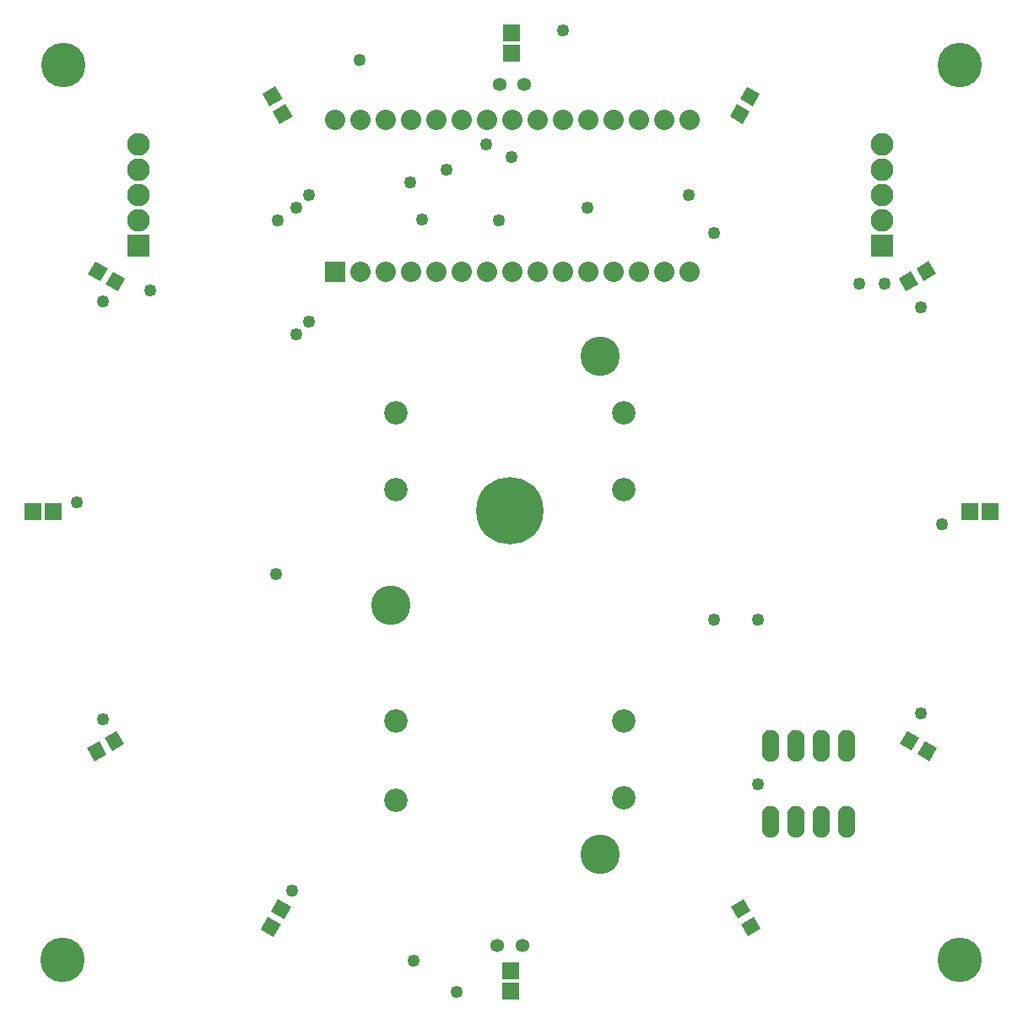
<source format=gbs>
G04 MADE WITH FRITZING*
G04 WWW.FRITZING.ORG*
G04 DOUBLE SIDED*
G04 HOLES PLATED*
G04 CONTOUR ON CENTER OF CONTOUR VECTOR*
%ASAXBY*%
%FSLAX23Y23*%
%MOIN*%
%OFA0B0*%
%SFA1.0B1.0*%
%ADD10C,0.049370*%
%ADD11C,0.068189*%
%ADD12C,0.053307*%
%ADD13C,0.080000*%
%ADD14C,0.092677*%
%ADD15C,0.265905*%
%ADD16C,0.155669*%
%ADD17C,0.175354*%
%ADD18C,0.089370*%
%ADD19R,0.080000X0.079972*%
%ADD20R,0.069055X0.065118*%
%ADD21R,0.089370X0.089370*%
%ADD22R,0.065118X0.069055*%
%ADD23C,0.010000*%
%ADD24R,0.001000X0.001000*%
%LNMASK0*%
G90*
G70*
G54D10*
X2769Y3067D03*
X3588Y2775D03*
X3669Y1917D03*
X1370Y3752D03*
X3586Y1172D03*
X1583Y193D03*
X1102Y470D03*
X358Y1147D03*
X255Y2003D03*
X358Y2797D03*
X2769Y1542D03*
X1919Y3117D03*
G54D11*
X2994Y742D03*
X3094Y742D03*
X3194Y742D03*
X3294Y742D03*
X3294Y1042D03*
X3194Y1042D03*
X3094Y1042D03*
X2994Y1042D03*
G54D12*
X2021Y3655D03*
X1922Y3655D03*
X2021Y3655D03*
X1922Y3655D03*
X1914Y255D03*
X2012Y255D03*
X1914Y255D03*
X2012Y255D03*
G54D13*
X1273Y2914D03*
X1373Y2914D03*
X1473Y2914D03*
X1573Y2914D03*
X1673Y2914D03*
X1773Y2914D03*
X1873Y2914D03*
X1973Y2914D03*
X2073Y2914D03*
X2173Y2914D03*
X2273Y2914D03*
X2373Y2914D03*
X2473Y2914D03*
X2573Y2914D03*
X2673Y2914D03*
X1273Y3514D03*
X1373Y3514D03*
X1473Y3514D03*
X1573Y3514D03*
X1673Y3514D03*
X1773Y3514D03*
X1873Y3514D03*
X1973Y3514D03*
X2073Y3514D03*
X2173Y3514D03*
X2273Y3514D03*
X2373Y3514D03*
X2473Y3514D03*
X2573Y3514D03*
X2673Y3514D03*
G54D10*
X544Y2842D03*
X1119Y2667D03*
X1169Y2717D03*
X1169Y3217D03*
X1119Y3167D03*
X2269Y3167D03*
X2669Y3217D03*
X2944Y1542D03*
X3444Y2867D03*
X2944Y892D03*
X3344Y2867D03*
X1713Y3317D03*
X1969Y3367D03*
X1569Y3267D03*
X1869Y3417D03*
G54D14*
X2415Y2358D03*
X2415Y2055D03*
X1515Y2055D03*
X1515Y2358D03*
X1515Y829D03*
X1515Y1140D03*
X2415Y1140D03*
X2415Y837D03*
G54D15*
X1965Y1971D03*
G54D16*
X2319Y2582D03*
X1492Y1597D03*
X2319Y613D03*
G54D17*
X3741Y198D03*
X197Y196D03*
X3740Y3730D03*
X200Y3731D03*
G54D18*
X497Y3016D03*
X497Y3116D03*
X497Y3216D03*
X497Y3316D03*
X497Y3416D03*
X3433Y3017D03*
X3433Y3117D03*
X3433Y3217D03*
X3433Y3317D03*
X3433Y3417D03*
G54D10*
X1754Y71D03*
X2173Y3867D03*
X1039Y1722D03*
X1047Y3119D03*
X1617Y3122D03*
G54D19*
X1273Y2914D03*
G54D20*
X1970Y3859D03*
X1970Y3778D03*
G54D21*
X497Y3016D03*
X3433Y3017D03*
G54D22*
X79Y1969D03*
X160Y1969D03*
G54D20*
X1967Y73D03*
X1967Y154D03*
G54D22*
X3861Y1966D03*
X3780Y1966D03*
G54D23*
G36*
X298Y2904D02*
X328Y2955D01*
X376Y2928D01*
X346Y2877D01*
X298Y2904D01*
G37*
D02*
G36*
X368Y2864D02*
X398Y2915D01*
X445Y2887D01*
X416Y2836D01*
X368Y2864D01*
G37*
D02*
G36*
X2900Y3645D02*
X2951Y3616D01*
X2924Y3568D01*
X2873Y3598D01*
X2900Y3645D01*
G37*
D02*
G36*
X2860Y3576D02*
X2911Y3546D01*
X2884Y3498D01*
X2832Y3528D01*
X2860Y3576D01*
G37*
D02*
G36*
X3616Y2957D02*
X3646Y2906D01*
X3598Y2878D01*
X3569Y2929D01*
X3616Y2957D01*
G37*
D02*
G36*
X3547Y2917D02*
X3576Y2865D01*
X3528Y2838D01*
X3499Y2889D01*
X3547Y2917D01*
G37*
D02*
G36*
X323Y982D02*
X294Y1033D01*
X342Y1060D01*
X371Y1009D01*
X323Y982D01*
G37*
D02*
G36*
X393Y1022D02*
X364Y1073D01*
X411Y1101D01*
X441Y1050D01*
X393Y1022D01*
G37*
D02*
G36*
X1031Y289D02*
X980Y319D01*
X1008Y366D01*
X1059Y337D01*
X1031Y289D01*
G37*
D02*
G36*
X1072Y359D02*
X1021Y389D01*
X1048Y436D01*
X1099Y407D01*
X1072Y359D01*
G37*
D02*
G36*
X2955Y321D02*
X2904Y291D01*
X2877Y339D01*
X2928Y368D01*
X2955Y321D01*
G37*
D02*
G36*
X2915Y391D02*
X2864Y361D01*
X2836Y409D01*
X2887Y438D01*
X2915Y391D01*
G37*
D02*
G36*
X987Y3617D02*
X1038Y3646D01*
X1066Y3598D01*
X1014Y3569D01*
X987Y3617D01*
G37*
D02*
G36*
X1027Y3547D02*
X1078Y3576D01*
X1106Y3529D01*
X1055Y3499D01*
X1027Y3547D01*
G37*
D02*
G36*
X3650Y1034D02*
X3620Y982D01*
X3573Y1010D01*
X3602Y1061D01*
X3650Y1034D01*
G37*
D02*
G36*
X3580Y1074D02*
X3551Y1023D01*
X3503Y1050D01*
X3532Y1101D01*
X3580Y1074D01*
G37*
D02*
G54D24*
X2988Y1105D02*
X2999Y1105D01*
X3088Y1105D02*
X3099Y1105D01*
X3188Y1105D02*
X3199Y1105D01*
X3288Y1105D02*
X3299Y1105D01*
X2984Y1104D02*
X3003Y1104D01*
X3084Y1104D02*
X3103Y1104D01*
X3184Y1104D02*
X3203Y1104D01*
X3284Y1104D02*
X3303Y1104D01*
X2981Y1103D02*
X3006Y1103D01*
X3081Y1103D02*
X3106Y1103D01*
X3181Y1103D02*
X3206Y1103D01*
X3281Y1103D02*
X3306Y1103D01*
X2979Y1102D02*
X3008Y1102D01*
X3079Y1102D02*
X3108Y1102D01*
X3179Y1102D02*
X3208Y1102D01*
X3279Y1102D02*
X3308Y1102D01*
X2977Y1101D02*
X3010Y1101D01*
X3077Y1101D02*
X3110Y1101D01*
X3177Y1101D02*
X3210Y1101D01*
X3277Y1101D02*
X3310Y1101D01*
X2975Y1100D02*
X3012Y1100D01*
X3075Y1100D02*
X3112Y1100D01*
X3175Y1100D02*
X3212Y1100D01*
X3275Y1100D02*
X3312Y1100D01*
X2974Y1099D02*
X3013Y1099D01*
X3074Y1099D02*
X3113Y1099D01*
X3174Y1099D02*
X3213Y1099D01*
X3274Y1099D02*
X3313Y1099D01*
X2973Y1098D02*
X3014Y1098D01*
X3073Y1098D02*
X3114Y1098D01*
X3173Y1098D02*
X3214Y1098D01*
X3273Y1098D02*
X3314Y1098D01*
X2971Y1097D02*
X3016Y1097D01*
X3071Y1097D02*
X3116Y1097D01*
X3171Y1097D02*
X3216Y1097D01*
X3271Y1097D02*
X3316Y1097D01*
X2970Y1096D02*
X3017Y1096D01*
X3070Y1096D02*
X3117Y1096D01*
X3170Y1096D02*
X3217Y1096D01*
X3270Y1096D02*
X3317Y1096D01*
X2969Y1095D02*
X3018Y1095D01*
X3069Y1095D02*
X3118Y1095D01*
X3169Y1095D02*
X3218Y1095D01*
X3269Y1095D02*
X3318Y1095D01*
X2968Y1094D02*
X3019Y1094D01*
X3068Y1094D02*
X3119Y1094D01*
X3168Y1094D02*
X3219Y1094D01*
X3268Y1094D02*
X3319Y1094D01*
X2968Y1093D02*
X3019Y1093D01*
X3068Y1093D02*
X3119Y1093D01*
X3168Y1093D02*
X3219Y1093D01*
X3268Y1093D02*
X3319Y1093D01*
X2967Y1092D02*
X3020Y1092D01*
X3067Y1092D02*
X3120Y1092D01*
X3167Y1092D02*
X3220Y1092D01*
X3267Y1092D02*
X3320Y1092D01*
X2966Y1091D02*
X3021Y1091D01*
X3066Y1091D02*
X3121Y1091D01*
X3166Y1091D02*
X3221Y1091D01*
X3266Y1091D02*
X3321Y1091D01*
X2965Y1090D02*
X3022Y1090D01*
X3065Y1090D02*
X3122Y1090D01*
X3165Y1090D02*
X3222Y1090D01*
X3265Y1090D02*
X3322Y1090D01*
X2965Y1089D02*
X3022Y1089D01*
X3065Y1089D02*
X3122Y1089D01*
X3165Y1089D02*
X3222Y1089D01*
X3265Y1089D02*
X3322Y1089D01*
X2964Y1088D02*
X3023Y1088D01*
X3064Y1088D02*
X3123Y1088D01*
X3164Y1088D02*
X3223Y1088D01*
X3264Y1088D02*
X3323Y1088D01*
X2964Y1087D02*
X3023Y1087D01*
X3064Y1087D02*
X3123Y1087D01*
X3164Y1087D02*
X3223Y1087D01*
X3264Y1087D02*
X3323Y1087D01*
X2963Y1086D02*
X3024Y1086D01*
X3063Y1086D02*
X3124Y1086D01*
X3163Y1086D02*
X3224Y1086D01*
X3263Y1086D02*
X3324Y1086D01*
X2963Y1085D02*
X3024Y1085D01*
X3063Y1085D02*
X3124Y1085D01*
X3163Y1085D02*
X3224Y1085D01*
X3263Y1085D02*
X3324Y1085D01*
X2962Y1084D02*
X3025Y1084D01*
X3062Y1084D02*
X3125Y1084D01*
X3162Y1084D02*
X3225Y1084D01*
X3262Y1084D02*
X3325Y1084D01*
X2962Y1083D02*
X3025Y1083D01*
X3062Y1083D02*
X3125Y1083D01*
X3162Y1083D02*
X3225Y1083D01*
X3262Y1083D02*
X3325Y1083D01*
X2962Y1082D02*
X3025Y1082D01*
X3062Y1082D02*
X3125Y1082D01*
X3162Y1082D02*
X3225Y1082D01*
X3262Y1082D02*
X3325Y1082D01*
X2961Y1081D02*
X3026Y1081D01*
X3061Y1081D02*
X3126Y1081D01*
X3161Y1081D02*
X3226Y1081D01*
X3261Y1081D02*
X3326Y1081D01*
X2961Y1080D02*
X3026Y1080D01*
X3061Y1080D02*
X3126Y1080D01*
X3161Y1080D02*
X3226Y1080D01*
X3261Y1080D02*
X3326Y1080D01*
X2961Y1079D02*
X3026Y1079D01*
X3061Y1079D02*
X3126Y1079D01*
X3161Y1079D02*
X3226Y1079D01*
X3261Y1079D02*
X3326Y1079D01*
X2961Y1078D02*
X3026Y1078D01*
X3061Y1078D02*
X3126Y1078D01*
X3161Y1078D02*
X3226Y1078D01*
X3261Y1078D02*
X3326Y1078D01*
X2960Y1077D02*
X3027Y1077D01*
X3060Y1077D02*
X3127Y1077D01*
X3160Y1077D02*
X3227Y1077D01*
X3260Y1077D02*
X3327Y1077D01*
X2960Y1076D02*
X3027Y1076D01*
X3060Y1076D02*
X3127Y1076D01*
X3160Y1076D02*
X3227Y1076D01*
X3260Y1076D02*
X3327Y1076D01*
X2960Y1075D02*
X3027Y1075D01*
X3060Y1075D02*
X3127Y1075D01*
X3160Y1075D02*
X3227Y1075D01*
X3260Y1075D02*
X3327Y1075D01*
X2960Y1074D02*
X3027Y1074D01*
X3060Y1074D02*
X3127Y1074D01*
X3160Y1074D02*
X3227Y1074D01*
X3260Y1074D02*
X3327Y1074D01*
X2960Y1073D02*
X3027Y1073D01*
X3060Y1073D02*
X3127Y1073D01*
X3160Y1073D02*
X3227Y1073D01*
X3260Y1073D02*
X3327Y1073D01*
X2960Y1072D02*
X3027Y1072D01*
X3060Y1072D02*
X3127Y1072D01*
X3160Y1072D02*
X3227Y1072D01*
X3260Y1072D02*
X3327Y1072D01*
X2960Y1071D02*
X3027Y1071D01*
X3060Y1071D02*
X3127Y1071D01*
X3160Y1071D02*
X3227Y1071D01*
X3260Y1071D02*
X3327Y1071D01*
X2960Y1070D02*
X3027Y1070D01*
X3060Y1070D02*
X3127Y1070D01*
X3160Y1070D02*
X3227Y1070D01*
X3260Y1070D02*
X3327Y1070D01*
X2960Y1069D02*
X3027Y1069D01*
X3060Y1069D02*
X3127Y1069D01*
X3160Y1069D02*
X3227Y1069D01*
X3260Y1069D02*
X3327Y1069D01*
X2960Y1068D02*
X3027Y1068D01*
X3060Y1068D02*
X3127Y1068D01*
X3160Y1068D02*
X3227Y1068D01*
X3260Y1068D02*
X3327Y1068D01*
X2960Y1067D02*
X3027Y1067D01*
X3060Y1067D02*
X3127Y1067D01*
X3160Y1067D02*
X3227Y1067D01*
X3260Y1067D02*
X3327Y1067D01*
X2960Y1066D02*
X3027Y1066D01*
X3060Y1066D02*
X3127Y1066D01*
X3160Y1066D02*
X3227Y1066D01*
X3260Y1066D02*
X3327Y1066D01*
X2960Y1065D02*
X3027Y1065D01*
X3060Y1065D02*
X3127Y1065D01*
X3160Y1065D02*
X3227Y1065D01*
X3260Y1065D02*
X3327Y1065D01*
X2960Y1064D02*
X3027Y1064D01*
X3060Y1064D02*
X3127Y1064D01*
X3160Y1064D02*
X3227Y1064D01*
X3260Y1064D02*
X3327Y1064D01*
X2960Y1063D02*
X3027Y1063D01*
X3060Y1063D02*
X3127Y1063D01*
X3160Y1063D02*
X3227Y1063D01*
X3260Y1063D02*
X3327Y1063D01*
X2960Y1062D02*
X3027Y1062D01*
X3060Y1062D02*
X3127Y1062D01*
X3160Y1062D02*
X3227Y1062D01*
X3260Y1062D02*
X3327Y1062D01*
X2960Y1061D02*
X3027Y1061D01*
X3060Y1061D02*
X3127Y1061D01*
X3160Y1061D02*
X3227Y1061D01*
X3260Y1061D02*
X3327Y1061D01*
X2960Y1060D02*
X3027Y1060D01*
X3060Y1060D02*
X3127Y1060D01*
X3160Y1060D02*
X3227Y1060D01*
X3260Y1060D02*
X3327Y1060D01*
X2960Y1059D02*
X3027Y1059D01*
X3060Y1059D02*
X3127Y1059D01*
X3160Y1059D02*
X3227Y1059D01*
X3260Y1059D02*
X3327Y1059D01*
X2960Y1058D02*
X3027Y1058D01*
X3060Y1058D02*
X3127Y1058D01*
X3160Y1058D02*
X3227Y1058D01*
X3260Y1058D02*
X3327Y1058D01*
X2960Y1057D02*
X3027Y1057D01*
X3060Y1057D02*
X3127Y1057D01*
X3160Y1057D02*
X3227Y1057D01*
X3260Y1057D02*
X3327Y1057D01*
X2960Y1056D02*
X2989Y1056D01*
X2998Y1056D02*
X3027Y1056D01*
X3060Y1056D02*
X3089Y1056D01*
X3098Y1056D02*
X3127Y1056D01*
X3160Y1056D02*
X3189Y1056D01*
X3198Y1056D02*
X3227Y1056D01*
X3260Y1056D02*
X3289Y1056D01*
X3298Y1056D02*
X3327Y1056D01*
X2960Y1055D02*
X2987Y1055D01*
X3000Y1055D02*
X3027Y1055D01*
X3060Y1055D02*
X3087Y1055D01*
X3100Y1055D02*
X3127Y1055D01*
X3160Y1055D02*
X3187Y1055D01*
X3200Y1055D02*
X3227Y1055D01*
X3260Y1055D02*
X3287Y1055D01*
X3300Y1055D02*
X3327Y1055D01*
X2960Y1054D02*
X2985Y1054D01*
X3002Y1054D02*
X3027Y1054D01*
X3060Y1054D02*
X3085Y1054D01*
X3102Y1054D02*
X3127Y1054D01*
X3160Y1054D02*
X3185Y1054D01*
X3202Y1054D02*
X3227Y1054D01*
X3260Y1054D02*
X3285Y1054D01*
X3302Y1054D02*
X3327Y1054D01*
X2960Y1053D02*
X2984Y1053D01*
X3003Y1053D02*
X3027Y1053D01*
X3060Y1053D02*
X3084Y1053D01*
X3103Y1053D02*
X3127Y1053D01*
X3160Y1053D02*
X3184Y1053D01*
X3203Y1053D02*
X3227Y1053D01*
X3260Y1053D02*
X3284Y1053D01*
X3303Y1053D02*
X3327Y1053D01*
X2960Y1052D02*
X2983Y1052D01*
X3004Y1052D02*
X3027Y1052D01*
X3060Y1052D02*
X3083Y1052D01*
X3104Y1052D02*
X3127Y1052D01*
X3160Y1052D02*
X3183Y1052D01*
X3204Y1052D02*
X3227Y1052D01*
X3260Y1052D02*
X3283Y1052D01*
X3304Y1052D02*
X3327Y1052D01*
X2960Y1051D02*
X2982Y1051D01*
X3005Y1051D02*
X3027Y1051D01*
X3060Y1051D02*
X3082Y1051D01*
X3105Y1051D02*
X3127Y1051D01*
X3160Y1051D02*
X3182Y1051D01*
X3205Y1051D02*
X3227Y1051D01*
X3260Y1051D02*
X3282Y1051D01*
X3305Y1051D02*
X3327Y1051D01*
X2960Y1050D02*
X2981Y1050D01*
X3006Y1050D02*
X3027Y1050D01*
X3060Y1050D02*
X3081Y1050D01*
X3106Y1050D02*
X3127Y1050D01*
X3160Y1050D02*
X3181Y1050D01*
X3206Y1050D02*
X3227Y1050D01*
X3260Y1050D02*
X3281Y1050D01*
X3306Y1050D02*
X3327Y1050D01*
X2960Y1049D02*
X2981Y1049D01*
X3006Y1049D02*
X3027Y1049D01*
X3060Y1049D02*
X3081Y1049D01*
X3106Y1049D02*
X3127Y1049D01*
X3160Y1049D02*
X3181Y1049D01*
X3206Y1049D02*
X3227Y1049D01*
X3260Y1049D02*
X3281Y1049D01*
X3306Y1049D02*
X3327Y1049D01*
X2960Y1048D02*
X2980Y1048D01*
X3007Y1048D02*
X3027Y1048D01*
X3060Y1048D02*
X3080Y1048D01*
X3107Y1048D02*
X3127Y1048D01*
X3160Y1048D02*
X3180Y1048D01*
X3207Y1048D02*
X3227Y1048D01*
X3260Y1048D02*
X3280Y1048D01*
X3307Y1048D02*
X3327Y1048D01*
X2960Y1047D02*
X2980Y1047D01*
X3007Y1047D02*
X3027Y1047D01*
X3060Y1047D02*
X3080Y1047D01*
X3107Y1047D02*
X3127Y1047D01*
X3160Y1047D02*
X3180Y1047D01*
X3207Y1047D02*
X3227Y1047D01*
X3260Y1047D02*
X3280Y1047D01*
X3307Y1047D02*
X3327Y1047D01*
X2960Y1046D02*
X2979Y1046D01*
X3008Y1046D02*
X3027Y1046D01*
X3060Y1046D02*
X3079Y1046D01*
X3108Y1046D02*
X3127Y1046D01*
X3160Y1046D02*
X3179Y1046D01*
X3208Y1046D02*
X3227Y1046D01*
X3260Y1046D02*
X3279Y1046D01*
X3308Y1046D02*
X3327Y1046D01*
X2960Y1045D02*
X2979Y1045D01*
X3008Y1045D02*
X3027Y1045D01*
X3060Y1045D02*
X3079Y1045D01*
X3108Y1045D02*
X3127Y1045D01*
X3160Y1045D02*
X3179Y1045D01*
X3208Y1045D02*
X3227Y1045D01*
X3260Y1045D02*
X3279Y1045D01*
X3308Y1045D02*
X3327Y1045D01*
X2960Y1044D02*
X2979Y1044D01*
X3008Y1044D02*
X3027Y1044D01*
X3060Y1044D02*
X3079Y1044D01*
X3108Y1044D02*
X3127Y1044D01*
X3160Y1044D02*
X3179Y1044D01*
X3208Y1044D02*
X3227Y1044D01*
X3260Y1044D02*
X3279Y1044D01*
X3308Y1044D02*
X3327Y1044D01*
X2960Y1043D02*
X2979Y1043D01*
X3008Y1043D02*
X3027Y1043D01*
X3060Y1043D02*
X3079Y1043D01*
X3108Y1043D02*
X3127Y1043D01*
X3160Y1043D02*
X3179Y1043D01*
X3208Y1043D02*
X3227Y1043D01*
X3260Y1043D02*
X3279Y1043D01*
X3308Y1043D02*
X3327Y1043D01*
X2960Y1042D02*
X2979Y1042D01*
X3008Y1042D02*
X3027Y1042D01*
X3060Y1042D02*
X3079Y1042D01*
X3108Y1042D02*
X3127Y1042D01*
X3160Y1042D02*
X3179Y1042D01*
X3208Y1042D02*
X3227Y1042D01*
X3260Y1042D02*
X3279Y1042D01*
X3308Y1042D02*
X3327Y1042D01*
X2960Y1041D02*
X2979Y1041D01*
X3008Y1041D02*
X3027Y1041D01*
X3060Y1041D02*
X3079Y1041D01*
X3108Y1041D02*
X3127Y1041D01*
X3160Y1041D02*
X3179Y1041D01*
X3208Y1041D02*
X3227Y1041D01*
X3260Y1041D02*
X3279Y1041D01*
X3308Y1041D02*
X3327Y1041D01*
X2960Y1040D02*
X2979Y1040D01*
X3008Y1040D02*
X3027Y1040D01*
X3060Y1040D02*
X3079Y1040D01*
X3108Y1040D02*
X3127Y1040D01*
X3160Y1040D02*
X3179Y1040D01*
X3208Y1040D02*
X3227Y1040D01*
X3260Y1040D02*
X3279Y1040D01*
X3308Y1040D02*
X3327Y1040D01*
X2960Y1039D02*
X2979Y1039D01*
X3008Y1039D02*
X3027Y1039D01*
X3060Y1039D02*
X3079Y1039D01*
X3108Y1039D02*
X3127Y1039D01*
X3160Y1039D02*
X3179Y1039D01*
X3208Y1039D02*
X3227Y1039D01*
X3260Y1039D02*
X3279Y1039D01*
X3308Y1039D02*
X3327Y1039D01*
X2960Y1038D02*
X2980Y1038D01*
X3007Y1038D02*
X3027Y1038D01*
X3060Y1038D02*
X3080Y1038D01*
X3107Y1038D02*
X3127Y1038D01*
X3160Y1038D02*
X3180Y1038D01*
X3207Y1038D02*
X3227Y1038D01*
X3260Y1038D02*
X3280Y1038D01*
X3307Y1038D02*
X3327Y1038D01*
X2960Y1037D02*
X2980Y1037D01*
X3007Y1037D02*
X3027Y1037D01*
X3060Y1037D02*
X3080Y1037D01*
X3107Y1037D02*
X3127Y1037D01*
X3160Y1037D02*
X3180Y1037D01*
X3207Y1037D02*
X3227Y1037D01*
X3260Y1037D02*
X3280Y1037D01*
X3307Y1037D02*
X3327Y1037D01*
X2960Y1036D02*
X2980Y1036D01*
X3007Y1036D02*
X3027Y1036D01*
X3060Y1036D02*
X3080Y1036D01*
X3107Y1036D02*
X3127Y1036D01*
X3160Y1036D02*
X3180Y1036D01*
X3207Y1036D02*
X3227Y1036D01*
X3260Y1036D02*
X3280Y1036D01*
X3307Y1036D02*
X3327Y1036D01*
X2960Y1035D02*
X2981Y1035D01*
X3006Y1035D02*
X3027Y1035D01*
X3060Y1035D02*
X3081Y1035D01*
X3106Y1035D02*
X3127Y1035D01*
X3160Y1035D02*
X3181Y1035D01*
X3206Y1035D02*
X3227Y1035D01*
X3260Y1035D02*
X3281Y1035D01*
X3306Y1035D02*
X3327Y1035D01*
X2960Y1034D02*
X2982Y1034D01*
X3005Y1034D02*
X3027Y1034D01*
X3060Y1034D02*
X3082Y1034D01*
X3105Y1034D02*
X3127Y1034D01*
X3160Y1034D02*
X3182Y1034D01*
X3205Y1034D02*
X3227Y1034D01*
X3260Y1034D02*
X3282Y1034D01*
X3305Y1034D02*
X3327Y1034D01*
X2960Y1033D02*
X2983Y1033D01*
X3004Y1033D02*
X3027Y1033D01*
X3060Y1033D02*
X3083Y1033D01*
X3104Y1033D02*
X3127Y1033D01*
X3160Y1033D02*
X3183Y1033D01*
X3204Y1033D02*
X3227Y1033D01*
X3260Y1033D02*
X3283Y1033D01*
X3304Y1033D02*
X3327Y1033D01*
X2960Y1032D02*
X2984Y1032D01*
X3003Y1032D02*
X3027Y1032D01*
X3060Y1032D02*
X3084Y1032D01*
X3103Y1032D02*
X3127Y1032D01*
X3160Y1032D02*
X3184Y1032D01*
X3203Y1032D02*
X3227Y1032D01*
X3260Y1032D02*
X3284Y1032D01*
X3303Y1032D02*
X3327Y1032D01*
X2960Y1031D02*
X2985Y1031D01*
X3002Y1031D02*
X3027Y1031D01*
X3060Y1031D02*
X3085Y1031D01*
X3102Y1031D02*
X3127Y1031D01*
X3160Y1031D02*
X3185Y1031D01*
X3202Y1031D02*
X3227Y1031D01*
X3260Y1031D02*
X3285Y1031D01*
X3302Y1031D02*
X3327Y1031D01*
X2960Y1030D02*
X2986Y1030D01*
X3001Y1030D02*
X3027Y1030D01*
X3060Y1030D02*
X3086Y1030D01*
X3101Y1030D02*
X3127Y1030D01*
X3160Y1030D02*
X3186Y1030D01*
X3201Y1030D02*
X3227Y1030D01*
X3260Y1030D02*
X3286Y1030D01*
X3301Y1030D02*
X3327Y1030D01*
X2960Y1029D02*
X2989Y1029D01*
X2999Y1029D02*
X3027Y1029D01*
X3060Y1029D02*
X3089Y1029D01*
X3099Y1029D02*
X3127Y1029D01*
X3160Y1029D02*
X3189Y1029D01*
X3199Y1029D02*
X3227Y1029D01*
X3260Y1029D02*
X3289Y1029D01*
X3299Y1029D02*
X3327Y1029D01*
X2960Y1028D02*
X3027Y1028D01*
X3060Y1028D02*
X3127Y1028D01*
X3160Y1028D02*
X3227Y1028D01*
X3260Y1028D02*
X3327Y1028D01*
X2960Y1027D02*
X3027Y1027D01*
X3060Y1027D02*
X3127Y1027D01*
X3160Y1027D02*
X3227Y1027D01*
X3260Y1027D02*
X3327Y1027D01*
X2960Y1026D02*
X3027Y1026D01*
X3060Y1026D02*
X3127Y1026D01*
X3160Y1026D02*
X3227Y1026D01*
X3260Y1026D02*
X3327Y1026D01*
X2960Y1025D02*
X3027Y1025D01*
X3060Y1025D02*
X3127Y1025D01*
X3160Y1025D02*
X3227Y1025D01*
X3260Y1025D02*
X3327Y1025D01*
X2960Y1024D02*
X3027Y1024D01*
X3060Y1024D02*
X3127Y1024D01*
X3160Y1024D02*
X3227Y1024D01*
X3260Y1024D02*
X3327Y1024D01*
X2960Y1023D02*
X3027Y1023D01*
X3060Y1023D02*
X3127Y1023D01*
X3160Y1023D02*
X3227Y1023D01*
X3260Y1023D02*
X3327Y1023D01*
X2960Y1022D02*
X3027Y1022D01*
X3060Y1022D02*
X3127Y1022D01*
X3160Y1022D02*
X3227Y1022D01*
X3260Y1022D02*
X3327Y1022D01*
X2960Y1021D02*
X3027Y1021D01*
X3060Y1021D02*
X3127Y1021D01*
X3160Y1021D02*
X3227Y1021D01*
X3260Y1021D02*
X3327Y1021D01*
X2960Y1020D02*
X3027Y1020D01*
X3060Y1020D02*
X3127Y1020D01*
X3160Y1020D02*
X3227Y1020D01*
X3260Y1020D02*
X3327Y1020D01*
X2960Y1019D02*
X3027Y1019D01*
X3060Y1019D02*
X3127Y1019D01*
X3160Y1019D02*
X3227Y1019D01*
X3260Y1019D02*
X3327Y1019D01*
X2960Y1018D02*
X3027Y1018D01*
X3060Y1018D02*
X3127Y1018D01*
X3160Y1018D02*
X3227Y1018D01*
X3260Y1018D02*
X3327Y1018D01*
X2960Y1017D02*
X3027Y1017D01*
X3060Y1017D02*
X3127Y1017D01*
X3160Y1017D02*
X3227Y1017D01*
X3260Y1017D02*
X3327Y1017D01*
X2960Y1016D02*
X3027Y1016D01*
X3060Y1016D02*
X3127Y1016D01*
X3160Y1016D02*
X3227Y1016D01*
X3260Y1016D02*
X3327Y1016D01*
X2960Y1015D02*
X3027Y1015D01*
X3060Y1015D02*
X3127Y1015D01*
X3160Y1015D02*
X3227Y1015D01*
X3260Y1015D02*
X3327Y1015D01*
X2960Y1014D02*
X3027Y1014D01*
X3060Y1014D02*
X3127Y1014D01*
X3160Y1014D02*
X3227Y1014D01*
X3260Y1014D02*
X3327Y1014D01*
X2960Y1013D02*
X3027Y1013D01*
X3060Y1013D02*
X3127Y1013D01*
X3160Y1013D02*
X3227Y1013D01*
X3260Y1013D02*
X3327Y1013D01*
X2960Y1012D02*
X3027Y1012D01*
X3060Y1012D02*
X3127Y1012D01*
X3160Y1012D02*
X3227Y1012D01*
X3260Y1012D02*
X3327Y1012D01*
X2960Y1011D02*
X3027Y1011D01*
X3060Y1011D02*
X3127Y1011D01*
X3160Y1011D02*
X3227Y1011D01*
X3260Y1011D02*
X3327Y1011D01*
X2960Y1010D02*
X3027Y1010D01*
X3060Y1010D02*
X3127Y1010D01*
X3160Y1010D02*
X3227Y1010D01*
X3260Y1010D02*
X3327Y1010D01*
X2960Y1009D02*
X3027Y1009D01*
X3060Y1009D02*
X3127Y1009D01*
X3160Y1009D02*
X3227Y1009D01*
X3260Y1009D02*
X3327Y1009D01*
X2960Y1008D02*
X3027Y1008D01*
X3060Y1008D02*
X3127Y1008D01*
X3160Y1008D02*
X3227Y1008D01*
X3260Y1008D02*
X3327Y1008D01*
X2961Y1007D02*
X3026Y1007D01*
X3061Y1007D02*
X3126Y1007D01*
X3161Y1007D02*
X3226Y1007D01*
X3261Y1007D02*
X3326Y1007D01*
X2961Y1006D02*
X3026Y1006D01*
X3061Y1006D02*
X3126Y1006D01*
X3161Y1006D02*
X3226Y1006D01*
X3261Y1006D02*
X3326Y1006D01*
X2961Y1005D02*
X3026Y1005D01*
X3061Y1005D02*
X3126Y1005D01*
X3161Y1005D02*
X3226Y1005D01*
X3261Y1005D02*
X3326Y1005D01*
X2961Y1004D02*
X3026Y1004D01*
X3061Y1004D02*
X3126Y1004D01*
X3161Y1004D02*
X3226Y1004D01*
X3261Y1004D02*
X3326Y1004D01*
X2962Y1003D02*
X3025Y1003D01*
X3062Y1003D02*
X3125Y1003D01*
X3162Y1003D02*
X3225Y1003D01*
X3262Y1003D02*
X3325Y1003D01*
X2962Y1002D02*
X3025Y1002D01*
X3062Y1002D02*
X3125Y1002D01*
X3162Y1002D02*
X3225Y1002D01*
X3262Y1002D02*
X3325Y1002D01*
X2962Y1001D02*
X3025Y1001D01*
X3062Y1001D02*
X3125Y1001D01*
X3162Y1001D02*
X3225Y1001D01*
X3262Y1001D02*
X3325Y1001D01*
X2963Y1000D02*
X3024Y1000D01*
X3063Y1000D02*
X3124Y1000D01*
X3163Y1000D02*
X3224Y1000D01*
X3263Y1000D02*
X3324Y1000D01*
X2963Y999D02*
X3024Y999D01*
X3063Y999D02*
X3124Y999D01*
X3163Y999D02*
X3224Y999D01*
X3263Y999D02*
X3324Y999D01*
X2964Y998D02*
X3023Y998D01*
X3064Y998D02*
X3123Y998D01*
X3164Y998D02*
X3223Y998D01*
X3264Y998D02*
X3323Y998D01*
X2964Y997D02*
X3023Y997D01*
X3064Y997D02*
X3123Y997D01*
X3164Y997D02*
X3223Y997D01*
X3264Y997D02*
X3323Y997D01*
X2965Y996D02*
X3022Y996D01*
X3065Y996D02*
X3122Y996D01*
X3165Y996D02*
X3222Y996D01*
X3265Y996D02*
X3322Y996D01*
X2965Y995D02*
X3022Y995D01*
X3065Y995D02*
X3122Y995D01*
X3165Y995D02*
X3222Y995D01*
X3265Y995D02*
X3322Y995D01*
X2966Y994D02*
X3021Y994D01*
X3066Y994D02*
X3121Y994D01*
X3166Y994D02*
X3221Y994D01*
X3266Y994D02*
X3321Y994D01*
X2967Y993D02*
X3020Y993D01*
X3067Y993D02*
X3120Y993D01*
X3167Y993D02*
X3220Y993D01*
X3267Y993D02*
X3320Y993D01*
X2967Y992D02*
X3020Y992D01*
X3067Y992D02*
X3120Y992D01*
X3167Y992D02*
X3220Y992D01*
X3267Y992D02*
X3320Y992D01*
X2968Y991D02*
X3019Y991D01*
X3068Y991D02*
X3119Y991D01*
X3168Y991D02*
X3219Y991D01*
X3268Y991D02*
X3319Y991D01*
X2969Y990D02*
X3018Y990D01*
X3069Y990D02*
X3118Y990D01*
X3169Y990D02*
X3218Y990D01*
X3269Y990D02*
X3318Y990D01*
X2970Y989D02*
X3017Y989D01*
X3070Y989D02*
X3117Y989D01*
X3170Y989D02*
X3217Y989D01*
X3270Y989D02*
X3317Y989D01*
X2971Y988D02*
X3016Y988D01*
X3071Y988D02*
X3116Y988D01*
X3171Y988D02*
X3216Y988D01*
X3271Y988D02*
X3316Y988D01*
X2972Y987D02*
X3015Y987D01*
X3072Y987D02*
X3115Y987D01*
X3172Y987D02*
X3215Y987D01*
X3272Y987D02*
X3315Y987D01*
X2974Y986D02*
X3013Y986D01*
X3074Y986D02*
X3113Y986D01*
X3174Y986D02*
X3213Y986D01*
X3274Y986D02*
X3313Y986D01*
X2975Y985D02*
X3012Y985D01*
X3075Y985D02*
X3112Y985D01*
X3175Y985D02*
X3212Y985D01*
X3275Y985D02*
X3312Y985D01*
X2977Y984D02*
X3010Y984D01*
X3077Y984D02*
X3110Y984D01*
X3177Y984D02*
X3210Y984D01*
X3277Y984D02*
X3310Y984D01*
X2979Y983D02*
X3008Y983D01*
X3079Y983D02*
X3108Y983D01*
X3179Y983D02*
X3208Y983D01*
X3279Y983D02*
X3308Y983D01*
X2981Y982D02*
X3006Y982D01*
X3081Y982D02*
X3106Y982D01*
X3181Y982D02*
X3206Y982D01*
X3281Y982D02*
X3306Y982D01*
X2983Y981D02*
X3004Y981D01*
X3083Y981D02*
X3104Y981D01*
X3183Y981D02*
X3204Y981D01*
X3283Y981D02*
X3304Y981D01*
X2987Y980D02*
X3000Y980D01*
X3087Y980D02*
X3100Y980D01*
X3187Y980D02*
X3200Y980D01*
X3287Y980D02*
X3300Y980D01*
X2988Y805D02*
X2999Y805D01*
X3088Y805D02*
X3099Y805D01*
X3188Y805D02*
X3199Y805D01*
X3288Y805D02*
X3299Y805D01*
X2984Y804D02*
X3003Y804D01*
X3084Y804D02*
X3103Y804D01*
X3184Y804D02*
X3203Y804D01*
X3284Y804D02*
X3303Y804D01*
X2981Y803D02*
X3006Y803D01*
X3081Y803D02*
X3106Y803D01*
X3181Y803D02*
X3206Y803D01*
X3281Y803D02*
X3306Y803D01*
X2979Y802D02*
X3008Y802D01*
X3079Y802D02*
X3108Y802D01*
X3179Y802D02*
X3208Y802D01*
X3279Y802D02*
X3308Y802D01*
X2977Y801D02*
X3010Y801D01*
X3077Y801D02*
X3110Y801D01*
X3177Y801D02*
X3210Y801D01*
X3277Y801D02*
X3310Y801D01*
X2975Y800D02*
X3012Y800D01*
X3075Y800D02*
X3112Y800D01*
X3175Y800D02*
X3212Y800D01*
X3275Y800D02*
X3312Y800D01*
X2974Y799D02*
X3013Y799D01*
X3074Y799D02*
X3113Y799D01*
X3174Y799D02*
X3213Y799D01*
X3274Y799D02*
X3313Y799D01*
X2973Y798D02*
X3014Y798D01*
X3073Y798D02*
X3114Y798D01*
X3173Y798D02*
X3214Y798D01*
X3273Y798D02*
X3314Y798D01*
X2971Y797D02*
X3016Y797D01*
X3071Y797D02*
X3116Y797D01*
X3171Y797D02*
X3216Y797D01*
X3271Y797D02*
X3316Y797D01*
X2970Y796D02*
X3017Y796D01*
X3070Y796D02*
X3117Y796D01*
X3170Y796D02*
X3217Y796D01*
X3270Y796D02*
X3317Y796D01*
X2969Y795D02*
X3018Y795D01*
X3069Y795D02*
X3118Y795D01*
X3169Y795D02*
X3218Y795D01*
X3269Y795D02*
X3318Y795D01*
X2968Y794D02*
X3019Y794D01*
X3068Y794D02*
X3119Y794D01*
X3168Y794D02*
X3219Y794D01*
X3268Y794D02*
X3319Y794D01*
X2968Y793D02*
X3019Y793D01*
X3068Y793D02*
X3119Y793D01*
X3168Y793D02*
X3219Y793D01*
X3268Y793D02*
X3319Y793D01*
X2967Y792D02*
X3020Y792D01*
X3067Y792D02*
X3120Y792D01*
X3167Y792D02*
X3220Y792D01*
X3267Y792D02*
X3320Y792D01*
X2966Y791D02*
X3021Y791D01*
X3066Y791D02*
X3121Y791D01*
X3166Y791D02*
X3221Y791D01*
X3266Y791D02*
X3321Y791D01*
X2965Y790D02*
X3022Y790D01*
X3065Y790D02*
X3122Y790D01*
X3165Y790D02*
X3222Y790D01*
X3265Y790D02*
X3322Y790D01*
X2965Y789D02*
X3022Y789D01*
X3065Y789D02*
X3122Y789D01*
X3165Y789D02*
X3222Y789D01*
X3265Y789D02*
X3322Y789D01*
X2964Y788D02*
X3023Y788D01*
X3064Y788D02*
X3123Y788D01*
X3164Y788D02*
X3223Y788D01*
X3264Y788D02*
X3323Y788D01*
X2964Y787D02*
X3023Y787D01*
X3064Y787D02*
X3123Y787D01*
X3164Y787D02*
X3223Y787D01*
X3264Y787D02*
X3323Y787D01*
X2963Y786D02*
X3024Y786D01*
X3063Y786D02*
X3124Y786D01*
X3163Y786D02*
X3224Y786D01*
X3263Y786D02*
X3324Y786D01*
X2963Y785D02*
X3024Y785D01*
X3063Y785D02*
X3124Y785D01*
X3163Y785D02*
X3224Y785D01*
X3263Y785D02*
X3324Y785D01*
X2962Y784D02*
X3025Y784D01*
X3062Y784D02*
X3125Y784D01*
X3162Y784D02*
X3225Y784D01*
X3262Y784D02*
X3325Y784D01*
X2962Y783D02*
X3025Y783D01*
X3062Y783D02*
X3125Y783D01*
X3162Y783D02*
X3225Y783D01*
X3262Y783D02*
X3325Y783D01*
X2962Y782D02*
X3025Y782D01*
X3062Y782D02*
X3125Y782D01*
X3162Y782D02*
X3225Y782D01*
X3262Y782D02*
X3325Y782D01*
X2961Y781D02*
X3026Y781D01*
X3061Y781D02*
X3126Y781D01*
X3161Y781D02*
X3226Y781D01*
X3261Y781D02*
X3326Y781D01*
X2961Y780D02*
X3026Y780D01*
X3061Y780D02*
X3126Y780D01*
X3161Y780D02*
X3226Y780D01*
X3261Y780D02*
X3326Y780D01*
X2961Y779D02*
X3026Y779D01*
X3061Y779D02*
X3126Y779D01*
X3161Y779D02*
X3226Y779D01*
X3261Y779D02*
X3326Y779D01*
X2961Y778D02*
X3026Y778D01*
X3061Y778D02*
X3126Y778D01*
X3161Y778D02*
X3226Y778D01*
X3261Y778D02*
X3326Y778D01*
X2960Y777D02*
X3027Y777D01*
X3060Y777D02*
X3127Y777D01*
X3160Y777D02*
X3227Y777D01*
X3260Y777D02*
X3327Y777D01*
X2960Y776D02*
X3027Y776D01*
X3060Y776D02*
X3127Y776D01*
X3160Y776D02*
X3227Y776D01*
X3260Y776D02*
X3327Y776D01*
X2960Y775D02*
X3027Y775D01*
X3060Y775D02*
X3127Y775D01*
X3160Y775D02*
X3227Y775D01*
X3260Y775D02*
X3327Y775D01*
X2960Y774D02*
X3027Y774D01*
X3060Y774D02*
X3127Y774D01*
X3160Y774D02*
X3227Y774D01*
X3260Y774D02*
X3327Y774D01*
X2960Y773D02*
X3027Y773D01*
X3060Y773D02*
X3127Y773D01*
X3160Y773D02*
X3227Y773D01*
X3260Y773D02*
X3327Y773D01*
X2960Y772D02*
X3027Y772D01*
X3060Y772D02*
X3127Y772D01*
X3160Y772D02*
X3227Y772D01*
X3260Y772D02*
X3327Y772D01*
X2960Y771D02*
X3027Y771D01*
X3060Y771D02*
X3127Y771D01*
X3160Y771D02*
X3227Y771D01*
X3260Y771D02*
X3327Y771D01*
X2960Y770D02*
X3027Y770D01*
X3060Y770D02*
X3127Y770D01*
X3160Y770D02*
X3227Y770D01*
X3260Y770D02*
X3327Y770D01*
X2960Y769D02*
X3027Y769D01*
X3060Y769D02*
X3127Y769D01*
X3160Y769D02*
X3227Y769D01*
X3260Y769D02*
X3327Y769D01*
X2960Y768D02*
X3027Y768D01*
X3060Y768D02*
X3127Y768D01*
X3160Y768D02*
X3227Y768D01*
X3260Y768D02*
X3327Y768D01*
X2960Y767D02*
X3027Y767D01*
X3060Y767D02*
X3127Y767D01*
X3160Y767D02*
X3227Y767D01*
X3260Y767D02*
X3327Y767D01*
X2960Y766D02*
X3027Y766D01*
X3060Y766D02*
X3127Y766D01*
X3160Y766D02*
X3227Y766D01*
X3260Y766D02*
X3327Y766D01*
X2960Y765D02*
X3027Y765D01*
X3060Y765D02*
X3127Y765D01*
X3160Y765D02*
X3227Y765D01*
X3260Y765D02*
X3327Y765D01*
X2960Y764D02*
X3027Y764D01*
X3060Y764D02*
X3127Y764D01*
X3160Y764D02*
X3227Y764D01*
X3260Y764D02*
X3327Y764D01*
X2960Y763D02*
X3027Y763D01*
X3060Y763D02*
X3127Y763D01*
X3160Y763D02*
X3227Y763D01*
X3260Y763D02*
X3327Y763D01*
X2960Y762D02*
X3027Y762D01*
X3060Y762D02*
X3127Y762D01*
X3160Y762D02*
X3227Y762D01*
X3260Y762D02*
X3327Y762D01*
X2960Y761D02*
X3027Y761D01*
X3060Y761D02*
X3127Y761D01*
X3160Y761D02*
X3227Y761D01*
X3260Y761D02*
X3327Y761D01*
X2960Y760D02*
X3027Y760D01*
X3060Y760D02*
X3127Y760D01*
X3160Y760D02*
X3227Y760D01*
X3260Y760D02*
X3327Y760D01*
X2960Y759D02*
X3027Y759D01*
X3060Y759D02*
X3127Y759D01*
X3160Y759D02*
X3227Y759D01*
X3260Y759D02*
X3327Y759D01*
X2960Y758D02*
X3027Y758D01*
X3060Y758D02*
X3127Y758D01*
X3160Y758D02*
X3227Y758D01*
X3260Y758D02*
X3327Y758D01*
X2960Y757D02*
X3027Y757D01*
X3060Y757D02*
X3127Y757D01*
X3160Y757D02*
X3227Y757D01*
X3260Y757D02*
X3327Y757D01*
X2960Y756D02*
X2989Y756D01*
X2998Y756D02*
X3027Y756D01*
X3060Y756D02*
X3089Y756D01*
X3098Y756D02*
X3127Y756D01*
X3160Y756D02*
X3189Y756D01*
X3198Y756D02*
X3227Y756D01*
X3260Y756D02*
X3289Y756D01*
X3298Y756D02*
X3327Y756D01*
X2960Y755D02*
X2987Y755D01*
X3000Y755D02*
X3027Y755D01*
X3060Y755D02*
X3087Y755D01*
X3100Y755D02*
X3127Y755D01*
X3160Y755D02*
X3187Y755D01*
X3200Y755D02*
X3227Y755D01*
X3260Y755D02*
X3287Y755D01*
X3300Y755D02*
X3327Y755D01*
X2960Y754D02*
X2985Y754D01*
X3002Y754D02*
X3027Y754D01*
X3060Y754D02*
X3085Y754D01*
X3102Y754D02*
X3127Y754D01*
X3160Y754D02*
X3185Y754D01*
X3202Y754D02*
X3227Y754D01*
X3260Y754D02*
X3285Y754D01*
X3302Y754D02*
X3327Y754D01*
X2960Y753D02*
X2984Y753D01*
X3003Y753D02*
X3027Y753D01*
X3060Y753D02*
X3084Y753D01*
X3103Y753D02*
X3127Y753D01*
X3160Y753D02*
X3184Y753D01*
X3203Y753D02*
X3227Y753D01*
X3260Y753D02*
X3284Y753D01*
X3303Y753D02*
X3327Y753D01*
X2960Y752D02*
X2983Y752D01*
X3004Y752D02*
X3027Y752D01*
X3060Y752D02*
X3083Y752D01*
X3104Y752D02*
X3127Y752D01*
X3160Y752D02*
X3183Y752D01*
X3204Y752D02*
X3227Y752D01*
X3260Y752D02*
X3283Y752D01*
X3304Y752D02*
X3327Y752D01*
X2960Y751D02*
X2982Y751D01*
X3005Y751D02*
X3027Y751D01*
X3060Y751D02*
X3082Y751D01*
X3105Y751D02*
X3127Y751D01*
X3160Y751D02*
X3182Y751D01*
X3205Y751D02*
X3227Y751D01*
X3260Y751D02*
X3282Y751D01*
X3305Y751D02*
X3327Y751D01*
X2960Y750D02*
X2981Y750D01*
X3006Y750D02*
X3027Y750D01*
X3060Y750D02*
X3081Y750D01*
X3106Y750D02*
X3127Y750D01*
X3160Y750D02*
X3181Y750D01*
X3206Y750D02*
X3227Y750D01*
X3260Y750D02*
X3281Y750D01*
X3306Y750D02*
X3327Y750D01*
X2960Y749D02*
X2981Y749D01*
X3006Y749D02*
X3027Y749D01*
X3060Y749D02*
X3081Y749D01*
X3106Y749D02*
X3127Y749D01*
X3160Y749D02*
X3181Y749D01*
X3206Y749D02*
X3227Y749D01*
X3260Y749D02*
X3281Y749D01*
X3306Y749D02*
X3327Y749D01*
X2960Y748D02*
X2980Y748D01*
X3007Y748D02*
X3027Y748D01*
X3060Y748D02*
X3080Y748D01*
X3107Y748D02*
X3127Y748D01*
X3160Y748D02*
X3180Y748D01*
X3207Y748D02*
X3227Y748D01*
X3260Y748D02*
X3280Y748D01*
X3307Y748D02*
X3327Y748D01*
X2960Y747D02*
X2980Y747D01*
X3007Y747D02*
X3027Y747D01*
X3060Y747D02*
X3080Y747D01*
X3107Y747D02*
X3127Y747D01*
X3160Y747D02*
X3180Y747D01*
X3207Y747D02*
X3227Y747D01*
X3260Y747D02*
X3280Y747D01*
X3307Y747D02*
X3327Y747D01*
X2960Y746D02*
X2979Y746D01*
X3008Y746D02*
X3027Y746D01*
X3060Y746D02*
X3079Y746D01*
X3108Y746D02*
X3127Y746D01*
X3160Y746D02*
X3179Y746D01*
X3208Y746D02*
X3227Y746D01*
X3260Y746D02*
X3279Y746D01*
X3308Y746D02*
X3327Y746D01*
X2960Y745D02*
X2979Y745D01*
X3008Y745D02*
X3027Y745D01*
X3060Y745D02*
X3079Y745D01*
X3108Y745D02*
X3127Y745D01*
X3160Y745D02*
X3179Y745D01*
X3208Y745D02*
X3227Y745D01*
X3260Y745D02*
X3279Y745D01*
X3308Y745D02*
X3327Y745D01*
X2960Y744D02*
X2979Y744D01*
X3008Y744D02*
X3027Y744D01*
X3060Y744D02*
X3079Y744D01*
X3108Y744D02*
X3127Y744D01*
X3160Y744D02*
X3179Y744D01*
X3208Y744D02*
X3227Y744D01*
X3260Y744D02*
X3279Y744D01*
X3308Y744D02*
X3327Y744D01*
X2960Y743D02*
X2979Y743D01*
X3008Y743D02*
X3027Y743D01*
X3060Y743D02*
X3079Y743D01*
X3108Y743D02*
X3127Y743D01*
X3160Y743D02*
X3179Y743D01*
X3208Y743D02*
X3227Y743D01*
X3260Y743D02*
X3279Y743D01*
X3308Y743D02*
X3327Y743D01*
X2960Y742D02*
X2979Y742D01*
X3008Y742D02*
X3027Y742D01*
X3060Y742D02*
X3079Y742D01*
X3108Y742D02*
X3127Y742D01*
X3160Y742D02*
X3179Y742D01*
X3208Y742D02*
X3227Y742D01*
X3260Y742D02*
X3279Y742D01*
X3308Y742D02*
X3327Y742D01*
X2960Y741D02*
X2979Y741D01*
X3008Y741D02*
X3027Y741D01*
X3060Y741D02*
X3079Y741D01*
X3108Y741D02*
X3127Y741D01*
X3160Y741D02*
X3179Y741D01*
X3208Y741D02*
X3227Y741D01*
X3260Y741D02*
X3279Y741D01*
X3308Y741D02*
X3327Y741D01*
X2960Y740D02*
X2979Y740D01*
X3008Y740D02*
X3027Y740D01*
X3060Y740D02*
X3079Y740D01*
X3108Y740D02*
X3127Y740D01*
X3160Y740D02*
X3179Y740D01*
X3208Y740D02*
X3227Y740D01*
X3260Y740D02*
X3279Y740D01*
X3308Y740D02*
X3327Y740D01*
X2960Y739D02*
X2979Y739D01*
X3008Y739D02*
X3027Y739D01*
X3060Y739D02*
X3079Y739D01*
X3108Y739D02*
X3127Y739D01*
X3160Y739D02*
X3179Y739D01*
X3208Y739D02*
X3227Y739D01*
X3260Y739D02*
X3279Y739D01*
X3308Y739D02*
X3327Y739D01*
X2960Y738D02*
X2980Y738D01*
X3007Y738D02*
X3027Y738D01*
X3060Y738D02*
X3080Y738D01*
X3107Y738D02*
X3127Y738D01*
X3160Y738D02*
X3180Y738D01*
X3207Y738D02*
X3227Y738D01*
X3260Y738D02*
X3280Y738D01*
X3307Y738D02*
X3327Y738D01*
X2960Y737D02*
X2980Y737D01*
X3007Y737D02*
X3027Y737D01*
X3060Y737D02*
X3080Y737D01*
X3107Y737D02*
X3127Y737D01*
X3160Y737D02*
X3180Y737D01*
X3207Y737D02*
X3227Y737D01*
X3260Y737D02*
X3280Y737D01*
X3307Y737D02*
X3327Y737D01*
X2960Y736D02*
X2980Y736D01*
X3007Y736D02*
X3027Y736D01*
X3060Y736D02*
X3080Y736D01*
X3107Y736D02*
X3127Y736D01*
X3160Y736D02*
X3180Y736D01*
X3207Y736D02*
X3227Y736D01*
X3260Y736D02*
X3280Y736D01*
X3307Y736D02*
X3327Y736D01*
X2960Y735D02*
X2981Y735D01*
X3006Y735D02*
X3027Y735D01*
X3060Y735D02*
X3081Y735D01*
X3106Y735D02*
X3127Y735D01*
X3160Y735D02*
X3181Y735D01*
X3206Y735D02*
X3227Y735D01*
X3260Y735D02*
X3281Y735D01*
X3306Y735D02*
X3327Y735D01*
X2960Y734D02*
X2982Y734D01*
X3005Y734D02*
X3027Y734D01*
X3060Y734D02*
X3082Y734D01*
X3105Y734D02*
X3127Y734D01*
X3160Y734D02*
X3182Y734D01*
X3205Y734D02*
X3227Y734D01*
X3260Y734D02*
X3282Y734D01*
X3305Y734D02*
X3327Y734D01*
X2960Y733D02*
X2983Y733D01*
X3004Y733D02*
X3027Y733D01*
X3060Y733D02*
X3083Y733D01*
X3104Y733D02*
X3127Y733D01*
X3160Y733D02*
X3183Y733D01*
X3204Y733D02*
X3227Y733D01*
X3260Y733D02*
X3283Y733D01*
X3304Y733D02*
X3327Y733D01*
X2960Y732D02*
X2984Y732D01*
X3003Y732D02*
X3027Y732D01*
X3060Y732D02*
X3084Y732D01*
X3103Y732D02*
X3127Y732D01*
X3160Y732D02*
X3184Y732D01*
X3203Y732D02*
X3227Y732D01*
X3260Y732D02*
X3284Y732D01*
X3303Y732D02*
X3327Y732D01*
X2960Y731D02*
X2985Y731D01*
X3002Y731D02*
X3027Y731D01*
X3060Y731D02*
X3085Y731D01*
X3102Y731D02*
X3127Y731D01*
X3160Y731D02*
X3185Y731D01*
X3202Y731D02*
X3227Y731D01*
X3260Y731D02*
X3285Y731D01*
X3302Y731D02*
X3327Y731D01*
X2960Y730D02*
X2986Y730D01*
X3001Y730D02*
X3027Y730D01*
X3060Y730D02*
X3086Y730D01*
X3101Y730D02*
X3127Y730D01*
X3160Y730D02*
X3186Y730D01*
X3201Y730D02*
X3227Y730D01*
X3260Y730D02*
X3286Y730D01*
X3301Y730D02*
X3327Y730D01*
X2960Y729D02*
X2989Y729D01*
X2999Y729D02*
X3027Y729D01*
X3060Y729D02*
X3089Y729D01*
X3099Y729D02*
X3127Y729D01*
X3160Y729D02*
X3189Y729D01*
X3199Y729D02*
X3227Y729D01*
X3260Y729D02*
X3289Y729D01*
X3299Y729D02*
X3327Y729D01*
X2960Y728D02*
X3027Y728D01*
X3060Y728D02*
X3127Y728D01*
X3160Y728D02*
X3227Y728D01*
X3260Y728D02*
X3327Y728D01*
X2960Y727D02*
X3027Y727D01*
X3060Y727D02*
X3127Y727D01*
X3160Y727D02*
X3227Y727D01*
X3260Y727D02*
X3327Y727D01*
X2960Y726D02*
X3027Y726D01*
X3060Y726D02*
X3127Y726D01*
X3160Y726D02*
X3227Y726D01*
X3260Y726D02*
X3327Y726D01*
X2960Y725D02*
X3027Y725D01*
X3060Y725D02*
X3127Y725D01*
X3160Y725D02*
X3227Y725D01*
X3260Y725D02*
X3327Y725D01*
X2960Y724D02*
X3027Y724D01*
X3060Y724D02*
X3127Y724D01*
X3160Y724D02*
X3227Y724D01*
X3260Y724D02*
X3327Y724D01*
X2960Y723D02*
X3027Y723D01*
X3060Y723D02*
X3127Y723D01*
X3160Y723D02*
X3227Y723D01*
X3260Y723D02*
X3327Y723D01*
X2960Y722D02*
X3027Y722D01*
X3060Y722D02*
X3127Y722D01*
X3160Y722D02*
X3227Y722D01*
X3260Y722D02*
X3327Y722D01*
X2960Y721D02*
X3027Y721D01*
X3060Y721D02*
X3127Y721D01*
X3160Y721D02*
X3227Y721D01*
X3260Y721D02*
X3327Y721D01*
X2960Y720D02*
X3027Y720D01*
X3060Y720D02*
X3127Y720D01*
X3160Y720D02*
X3227Y720D01*
X3260Y720D02*
X3327Y720D01*
X2960Y719D02*
X3027Y719D01*
X3060Y719D02*
X3127Y719D01*
X3160Y719D02*
X3227Y719D01*
X3260Y719D02*
X3327Y719D01*
X2960Y718D02*
X3027Y718D01*
X3060Y718D02*
X3127Y718D01*
X3160Y718D02*
X3227Y718D01*
X3260Y718D02*
X3327Y718D01*
X2960Y717D02*
X3027Y717D01*
X3060Y717D02*
X3127Y717D01*
X3160Y717D02*
X3227Y717D01*
X3260Y717D02*
X3327Y717D01*
X2960Y716D02*
X3027Y716D01*
X3060Y716D02*
X3127Y716D01*
X3160Y716D02*
X3227Y716D01*
X3260Y716D02*
X3327Y716D01*
X2960Y715D02*
X3027Y715D01*
X3060Y715D02*
X3127Y715D01*
X3160Y715D02*
X3227Y715D01*
X3260Y715D02*
X3327Y715D01*
X2960Y714D02*
X3027Y714D01*
X3060Y714D02*
X3127Y714D01*
X3160Y714D02*
X3227Y714D01*
X3260Y714D02*
X3327Y714D01*
X2960Y713D02*
X3027Y713D01*
X3060Y713D02*
X3127Y713D01*
X3160Y713D02*
X3227Y713D01*
X3260Y713D02*
X3327Y713D01*
X2960Y712D02*
X3027Y712D01*
X3060Y712D02*
X3127Y712D01*
X3160Y712D02*
X3227Y712D01*
X3260Y712D02*
X3327Y712D01*
X2960Y711D02*
X3027Y711D01*
X3060Y711D02*
X3127Y711D01*
X3160Y711D02*
X3227Y711D01*
X3260Y711D02*
X3327Y711D01*
X2960Y710D02*
X3027Y710D01*
X3060Y710D02*
X3127Y710D01*
X3160Y710D02*
X3227Y710D01*
X3260Y710D02*
X3327Y710D01*
X2960Y709D02*
X3027Y709D01*
X3060Y709D02*
X3127Y709D01*
X3160Y709D02*
X3227Y709D01*
X3260Y709D02*
X3327Y709D01*
X2960Y708D02*
X3027Y708D01*
X3060Y708D02*
X3127Y708D01*
X3160Y708D02*
X3227Y708D01*
X3260Y708D02*
X3327Y708D01*
X2961Y707D02*
X3026Y707D01*
X3061Y707D02*
X3126Y707D01*
X3161Y707D02*
X3226Y707D01*
X3261Y707D02*
X3326Y707D01*
X2961Y706D02*
X3026Y706D01*
X3061Y706D02*
X3126Y706D01*
X3161Y706D02*
X3226Y706D01*
X3261Y706D02*
X3326Y706D01*
X2961Y705D02*
X3026Y705D01*
X3061Y705D02*
X3126Y705D01*
X3161Y705D02*
X3226Y705D01*
X3261Y705D02*
X3326Y705D01*
X2961Y704D02*
X3026Y704D01*
X3061Y704D02*
X3126Y704D01*
X3161Y704D02*
X3226Y704D01*
X3261Y704D02*
X3326Y704D01*
X2962Y703D02*
X3025Y703D01*
X3062Y703D02*
X3125Y703D01*
X3162Y703D02*
X3225Y703D01*
X3262Y703D02*
X3325Y703D01*
X2962Y702D02*
X3025Y702D01*
X3062Y702D02*
X3125Y702D01*
X3162Y702D02*
X3225Y702D01*
X3262Y702D02*
X3325Y702D01*
X2962Y701D02*
X3025Y701D01*
X3062Y701D02*
X3125Y701D01*
X3162Y701D02*
X3225Y701D01*
X3262Y701D02*
X3325Y701D01*
X2963Y700D02*
X3024Y700D01*
X3063Y700D02*
X3124Y700D01*
X3163Y700D02*
X3224Y700D01*
X3263Y700D02*
X3324Y700D01*
X2963Y699D02*
X3024Y699D01*
X3063Y699D02*
X3124Y699D01*
X3163Y699D02*
X3224Y699D01*
X3263Y699D02*
X3324Y699D01*
X2964Y698D02*
X3023Y698D01*
X3064Y698D02*
X3123Y698D01*
X3164Y698D02*
X3223Y698D01*
X3264Y698D02*
X3323Y698D01*
X2964Y697D02*
X3023Y697D01*
X3064Y697D02*
X3123Y697D01*
X3164Y697D02*
X3223Y697D01*
X3264Y697D02*
X3323Y697D01*
X2965Y696D02*
X3022Y696D01*
X3065Y696D02*
X3122Y696D01*
X3165Y696D02*
X3222Y696D01*
X3265Y696D02*
X3322Y696D01*
X2965Y695D02*
X3022Y695D01*
X3065Y695D02*
X3122Y695D01*
X3165Y695D02*
X3222Y695D01*
X3265Y695D02*
X3322Y695D01*
X2966Y694D02*
X3021Y694D01*
X3066Y694D02*
X3121Y694D01*
X3166Y694D02*
X3221Y694D01*
X3266Y694D02*
X3321Y694D01*
X2967Y693D02*
X3020Y693D01*
X3067Y693D02*
X3120Y693D01*
X3167Y693D02*
X3220Y693D01*
X3267Y693D02*
X3320Y693D01*
X2967Y692D02*
X3020Y692D01*
X3067Y692D02*
X3120Y692D01*
X3167Y692D02*
X3220Y692D01*
X3267Y692D02*
X3320Y692D01*
X2968Y691D02*
X3019Y691D01*
X3068Y691D02*
X3119Y691D01*
X3168Y691D02*
X3219Y691D01*
X3268Y691D02*
X3319Y691D01*
X2969Y690D02*
X3018Y690D01*
X3069Y690D02*
X3118Y690D01*
X3169Y690D02*
X3218Y690D01*
X3269Y690D02*
X3318Y690D01*
X2970Y689D02*
X3017Y689D01*
X3070Y689D02*
X3117Y689D01*
X3170Y689D02*
X3217Y689D01*
X3270Y689D02*
X3317Y689D01*
X2971Y688D02*
X3016Y688D01*
X3071Y688D02*
X3116Y688D01*
X3171Y688D02*
X3216Y688D01*
X3271Y688D02*
X3316Y688D01*
X2972Y687D02*
X3015Y687D01*
X3072Y687D02*
X3115Y687D01*
X3172Y687D02*
X3215Y687D01*
X3272Y687D02*
X3315Y687D01*
X2974Y686D02*
X3013Y686D01*
X3074Y686D02*
X3113Y686D01*
X3174Y686D02*
X3213Y686D01*
X3274Y686D02*
X3313Y686D01*
X2975Y685D02*
X3012Y685D01*
X3075Y685D02*
X3112Y685D01*
X3175Y685D02*
X3212Y685D01*
X3275Y685D02*
X3312Y685D01*
X2977Y684D02*
X3010Y684D01*
X3077Y684D02*
X3110Y684D01*
X3177Y684D02*
X3210Y684D01*
X3277Y684D02*
X3310Y684D01*
X2979Y683D02*
X3008Y683D01*
X3079Y683D02*
X3108Y683D01*
X3179Y683D02*
X3208Y683D01*
X3279Y683D02*
X3308Y683D01*
X2981Y682D02*
X3006Y682D01*
X3081Y682D02*
X3106Y682D01*
X3181Y682D02*
X3206Y682D01*
X3281Y682D02*
X3306Y682D01*
X2983Y681D02*
X3004Y681D01*
X3083Y681D02*
X3104Y681D01*
X3183Y681D02*
X3204Y681D01*
X3283Y681D02*
X3304Y681D01*
X2987Y680D02*
X3000Y680D01*
X3087Y680D02*
X3100Y680D01*
X3187Y680D02*
X3200Y680D01*
X3287Y680D02*
X3300Y680D01*
D02*
G04 End of Mask0*
M02*
</source>
